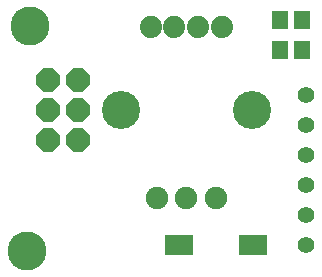
<source format=gbr>
G04 EAGLE Gerber RS-274X export*
G75*
%MOMM*%
%FSLAX34Y34*%
%LPD*%
%INSoldermask Top*%
%IPPOS*%
%AMOC8*
5,1,8,0,0,1.08239X$1,22.5*%
G01*
%ADD10C,3.301600*%
%ADD11C,1.409600*%
%ADD12P,2.144431X8X292.500000*%
%ADD13R,1.401600X1.601600*%
%ADD14R,2.401600X1.701600*%
%ADD15C,1.901600*%
%ADD16C,1.879600*%
%ADD17C,3.217600*%


D10*
X20320Y210820D03*
X17780Y20320D03*
D11*
X254000Y25400D03*
X254000Y50800D03*
X254000Y76200D03*
X254000Y101600D03*
X254000Y127000D03*
X254000Y152400D03*
D12*
X35560Y165100D03*
X60960Y165100D03*
X35560Y139700D03*
X60960Y139700D03*
X35560Y114300D03*
X60960Y114300D03*
D13*
X250800Y215900D03*
X231800Y215900D03*
X231800Y190500D03*
X250800Y190500D03*
D14*
X146300Y25400D03*
X209300Y25400D03*
D15*
X127400Y64700D03*
X152400Y64700D03*
X177400Y64700D03*
D16*
X162400Y209700D03*
X142400Y209700D03*
D17*
X96900Y139700D03*
X207900Y139700D03*
D16*
X182400Y209700D03*
X122400Y209700D03*
M02*

</source>
